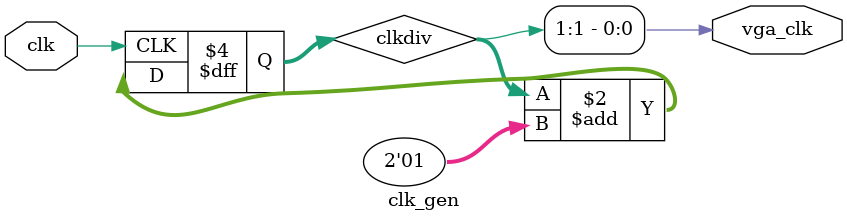
<source format=v>
module clk_gen(
    input clk, // 100 MHz
    output vga_clk // 25 MHz
    );

    reg [1:0] clkdiv;
    initial clkdiv = 2'b0;
    always @(posedge clk) clkdiv = clkdiv + 2'b1;
    assign vga_clk = clkdiv[1];
endmodule
</source>
